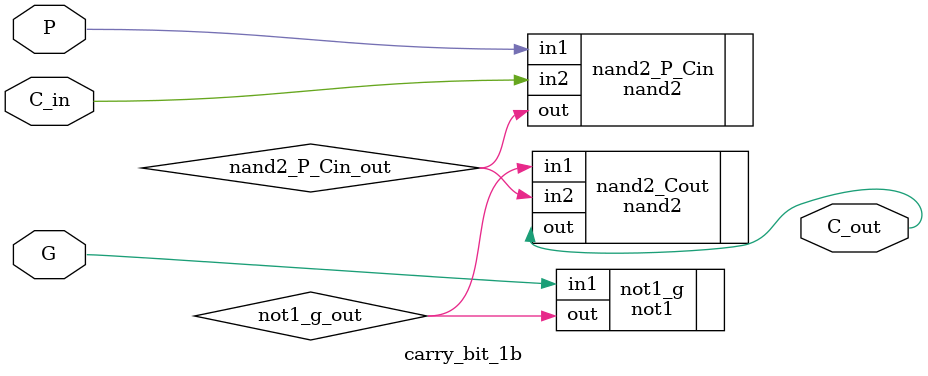
<source format=v>
module carry_bit_1b(G, P, C_in, C_out);
    input G; //g_i
    input P; // p_i
    input C_in; // c_i
    output C_out; // c_i+1

    wire not1_g_out;
    wire nand2_P_Cin_out;

    // c_i+1 = [!g_i nand [p_i nand c_i]]
    nand2 nand2_P_Cin(.in1(P), .in2(C_in), .out(nand2_P_Cin_out));
    not1 not1_g(.in1(G), .out(not1_g_out));
    nand2 nand2_Cout(.in1(not1_g_out), .in2(nand2_P_Cin_out), .out(C_out));

endmodule

</source>
